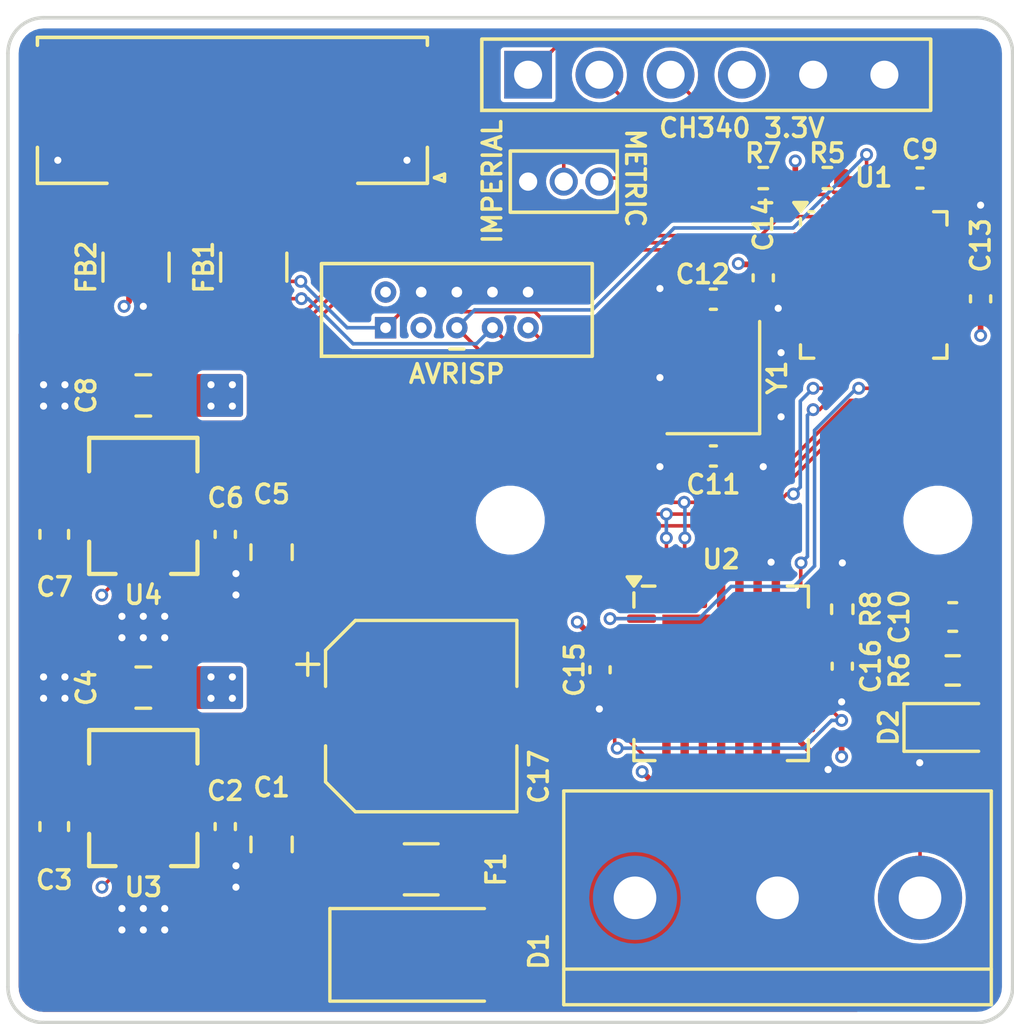
<source format=kicad_pcb>
(kicad_pcb (version 20240108) (generator "pcbnew") (generator_version "8.0")
  (layers (0 "F.Cu" signal) (1 "In1.Cu" signal) (2 "In2.Cu" signal) (31 "B.Cu" signal) (35 "F.Paste" user) (36 "B.SilkS" user "B.Silkscreen") (37 "F.SilkS" user "F.Silkscreen") (38 "B.Mask" user) (39 "F.Mask" user) (44 "Edge.Cuts" user))
  (net 0 "")
  (net 1 "GND")
  (net 2 "Net-(U3-V_{CC})")
  (net 4 "OSC-")
  (net 5 "+5V")
  (net 11 "Net-(U4-V_{CC})")
  (net 12 "+3.3V")
  (net 13 "Net-(C10-Pad1)")
  (net 16 "OSC+")
  (net 25 "R_{X}CAN")
  (net 26 "T_{X}CAN")
  (net 33 "Net-(D1-K)")
  (net 34 "+12V")
  (net 35 "CANH")
  (net 36 "RESET")
  (net 37 "/3F_3.3V")
  (net 38 "/3F_GND")
  (net 39 "/3F_CS_OLED")
  (net 41 "/3F_OLED_RST")
  (net 42 "RST_OLED")
  (net 44 "/3F_OLED_DC")
  (net 46 "/3F_SCK")
  (net 48 "/3F_MOSI")
  (net 49 "MOSI")
  (net 50 "MISO")
  (net 51 "SCK")
  (net 52 "FTDI_TX")
  (net 53 "FTDI_RX")
  (net 54 "SEL_UNIT")
  (net 55 "INT_CAN")
  (net 56 "CS_CAN")
  (net 57 "DC_OLED")
  (net 58 "CS_OLED")
  (net 59 "CLK")
  (net 60 "/CAN_CLK_PD")
  (net 61 "/SEL_METRIC")
  (net 62 "/FTDI_RESET")
  (net 64 "Net-(D1-A)")
  (footprint "MountingHole:MountingHole_2.2mm_M2_DIN965" (layer "F.Cu") (at 114.935 171.831)
    (property "Reference" "H1" (hide yes))
    (property "Value" "MountingHole_Pad")
  )
  (footprint "MountingHole:MountingHole_2.2mm_M2_DIN965" (layer "F.Cu") (at 99.695 171.831)
    (property "Reference" "H2" (hide yes))
    (property "Value" "MountingHole_Pad")
  )
  (footprint "Capacitor_SMD:C_0805_2012Metric" (layer "F.Cu") (at 91.186 183.388 -90)
    (property "Reference" "C1")
    (property "Value" "2.2µF")
  )
  (footprint "Fuse:Fuse_1206_3216Metric" (layer "F.Cu") (at 96.52 184.277)
    (property "Reference" "F1")
    (property "Value" "Polyfuse")
  )
  (footprint "Capacitor_SMD:C_0603_1608Metric" (layer "F.Cu") (at 83.439 182.753 90)
    (property "Reference" "C3")
    (property "Value" "1µF")
  )
  (footprint "Capacitor_SMD:C_0402_1005Metric" (layer "F.Cu") (at 102.893 177.165 -90)
    (property "Reference" "C15")
    (property "Value" "100nF")
  )
  (footprint "Capacitor_SMD:C_0402_1005Metric" (layer "F.Cu") (at 116.459 163.943 90)
    (property "Reference" "C13")
    (property "Value" "100nF")
  )
  (footprint "Capacitor_SMD:C_0603_1608Metric" (layer "F.Cu") (at 83.439 172.339 90)
    (property "Reference" "C7")
    (property "Value" "1µF")
  )
  (footprint "jsdev:fb_array_0805" (layer "F.Cu") (at 90.551 162.814 180)
    (property "Reference" "FB1")
    (property "Value" "FerriteBead_Small_Array")
  )
  (footprint "jsdev:QFN-28-1EP_6x6mm_P0.65mm_EP4.25x4.25mm_mod1" (layer "F.Cu") (at 107.211 177.292)
    (property "Reference" "U2")
    (property "Value" "MCP25625T-E/ML")
  )
  (footprint "Resistor_SMD:R_0402_1005Metric" (layer "F.Cu") (at 108.712 159.639 180)
    (property "Reference" "R7")
    (property "Value" "10K")
  )
  (footprint "Resistor_SMD:R_0603_1608Metric" (layer "F.Cu") (at 115.466 177.188)
    (property "Reference" "R6")
    (property "Value" "100R")
  )
  (footprint "Capacitor_SMD:C_0402_1005Metric" (layer "F.Cu") (at 89.535 182.753 -90)
    (property "Reference" "C2")
    (property "Value" "100nF")
  )
  (footprint "Capacitor_SMD:C_0402_1005Metric" (layer "F.Cu") (at 114.3 159.639)
    (property "Reference" "C9")
    (property "Value" "100nF")
  )
  (footprint "Capacitor_SMD:C_0402_1005Metric" (layer "F.Cu") (at 111.529 177.038 -90)
    (property "Reference" "C16")
    (property "Value" "100nF")
  )
  (footprint "Resistor_SMD:R_0402_1005Metric" (layer "F.Cu") (at 110.998 159.639)
    (property "Reference" "R5")
    (property "Value" "10K")
  )
  (footprint "Resistor_SMD:R_0402_1005Metric" (layer "F.Cu") (at 111.529 175.006 90)
    (property "Reference" "R8")
    (property "Value" "10K")
  )
  (footprint "Capacitor_SMD:CP_Elec_6.3x7.7" (layer "F.Cu") (at 96.52 178.816)
    (property "Reference" "C17")
    (property "Value" "C_Polarized")
  )
  (footprint "Capacitor_SMD:C_0805_2012Metric" (layer "F.Cu") (at 86.614 177.8 180)
    (property "Reference" "C4")
    (property "Value" "10µF")
  )
  (footprint "Capacitor_SMD:C_0402_1005Metric" (layer "F.Cu") (at 108.712 163.195 -90)
    (property "Reference" "C14")
    (property "Value" "100nF")
  )
  (footprint "jsdev:PinHeader_ISP10_POGO" (layer "F.Cu") (at 95.25 164.973 90)
    (property "Reference" "J1" (hide yes))
    (property "Value" "AVR-ISP-10")
  )
  (footprint "jsdev:TerminalBlock_3P" (layer "F.Cu") (at 104.14 185.293)
    (property "Reference" "J2" (hide yes))
    (property "Value" "Screw_Terminal_01x03")
  )
  (footprint "Capacitor_SMD:C_0805_2012Metric" (layer "F.Cu") (at 86.614 167.386 180)
    (property "Reference" "C8")
    (property "Value" "10µF")
  )
  (footprint "jsdev:QFN-FCMOD_TI_11B" (layer "F.Cu") (at 86.614 181.737 180)
    (property "Reference" "U3")
    (property "Value" "TPSM365R1FRDNR")
  )
  (footprint "Crystal:Crystal_SMD_3225-4Pin_3.2x2.5mm" (layer "F.Cu") (at 106.934 166.751 90)
    (property "Reference" "Y1")
    (property "Value" "16MHZ")
  )
  (footprint "Diode_SMD:D_SMA" (layer "F.Cu") (at 96.774 187.325)
    (property "Reference" "D1")
    (property "Value" "B140-E3")
  )
  (footprint "Capacitor_SMD:C_0402_1005Metric" (layer "F.Cu") (at 106.934 169.545 180)
    (property "Reference" "C11")
    (property "Value" "22pf")
  )
  (footprint "Capacitor_SMD:C_0603_1608Metric" (layer "F.Cu") (at 115.466 175.283 180)
    (property "Reference" "C10")
    (property "Value" "560pf")
  )
  (footprint "jsdev:PinSocket_1x06_P2.54mm_Vertical_Box" (layer "F.Cu") (at 100.33 155.956 90)
    (property "Reference" "J4" (hide yes))
    (property "Value" "Socket 1x6 0.1\"")
  )
  (footprint "jsdev:CON_532610771_MOD" (layer "F.Cu") (at 93.539 159.626 180)
    (property "Reference" "J3" (hide yes))
    (property "Value" "PicoBlade F 1x7" (hide yes))
  )
  (footprint "Capacitor_SMD:C_0402_1005Metric" (layer "F.Cu") (at 89.535 172.339 -90)
    (property "Reference" "C6")
    (property "Value" "100nF")
  )
  (footprint "jsdev:PinHeader_1x03_P1.27mm_Vertical_mod" (layer "F.Cu") (at 101.6 159.766 -90)
    (property "Reference" "J5" (hide yes))
    (property "Value" "JMP 1x3 0.05\"")
  )
  (footprint "jsdev:fb_array_0805" (layer "F.Cu") (at 86.35492 162.814 180)
    (property "Reference" "FB2")
    (property "Value" "FerriteBead_Small_Array")
  )
  (footprint "Package_DFN_QFN:QFN-32-1EP_5x5mm_P0.5mm_EP3.1x3.1mm" (layer "F.Cu") (at 112.649 163.449)
    (property "Reference" "U1")
    (property "Value" "ATmega328PB-M")
  )
  (footprint "Diode_SMD:D_SOD-323" (layer "F.Cu") (at 115.339 179.22)
    (property "Reference" "D2")
    (property "Value" "DESD1LIN2WSQ-7")
  )
  (footprint "jsdev:QFN-FCMOD_TI_11B" (layer "F.Cu") (at 86.614 171.323 180)
    (property "Reference" "U4")
    (property "Value" "TPSM365R15RDNR")
  )
  (footprint "Capacitor_SMD:C_0805_2012Metric" (layer "F.Cu") (at 91.186 172.974 -90)
    (property "Reference" "C5")
    (property "Value" "2.2µF")
  )
  (footprint "Capacitor_SMD:C_0402_1005Metric" (layer "F.Cu") (at 106.934 163.957)
    (property "Reference" "C12")
    (property "Value" "22pf")
  )
  (gr_arc (start 116.332 153.924) (mid 117.230026 154.295974) (end 117.602 155.194) (stroke (width 0.127)) (layer "Edge.Cuts"))
  (gr_arc (start 81.788 155.194) (mid 82.159974 154.295974) (end 83.058 153.924) (stroke (width 0.127)) (layer "Edge.Cuts"))
  (gr_line (start 83.058 153.924) (end 116.332 153.924) (stroke (width 0.127)) (layer "Edge.Cuts"))
  (gr_line (start 81.788 188.468) (end 81.788 155.194) (stroke (width 0.127)) (layer "Edge.Cuts"))
  (gr_line (start 116.332 189.738) (end 83.058 189.738) (stroke (width 0.127)) (layer "Edge.Cuts"))
  (gr_arc (start 117.602 188.468) (mid 117.230026 189.366026) (end 116.332 189.738) (stroke (width 0.127)) (layer "Edge.Cuts"))
  (gr_arc (start 83.058 189.738) (mid 82.159974 189.366026) (end 81.788 188.468) (stroke (width 0.127)) (layer "Edge.Cuts"))
  (gr_line (start 117.602 155.194) (end 117.602 188.468) (stroke (width 0.127)) (layer "Edge.Cuts"))
  (gr_text "METRIC" (at 103.759 159.639 -90) (layer "F.SilkS") (effects (font (size 0.6604 0.6604) (thickness 0.127)) (justify bottom)))
  (gr_text "CH340 3.3V" (at 107.95 158.242 0) (layer "F.SilkS") (effects (font (size 0.6604 0.6604) (thickness 0.127) (bold yes)) (justify bottom)))
  (gr_text "AVRISP" (at 97.79 167.005 0) (layer "F.SilkS") (effects (font (size 0.6604 0.6604) (thickness 0.127) (bold yes)) (justify bottom)))
  (gr_text "IMPERIAL" (at 99.441 159.766 90) (layer "F.SilkS") (effects (font (size 0.6604 0.6604) (thickness 0.127)) (justify bottom)))
  (segment (start 102.87 178.562) (end 102.87 177.668) (width 0.2032) (layer "F.Cu") (net 1))
  (segment (start 110.0485 179.242) (end 109.161 179.242) (width 0.2032) (layer "F.Cu") (net 1))
  (segment (start 115.9142 163.463) (end 116.459 163.463) (width 0.2032) (layer "F.Cu") (net 1))
  (segment (start 111.529 173.3574) (end 111.5314 173.355) (width 0.2032) (layer "F.Cu") (net 1))
  (segment (start 86.614 164.211) (end 86.60384 164.20084) (width 0.2032) (layer "F.Cu") (net 1))
  (segment (start 111.529 174.496) (end 111.529 173.3574) (width 0.2032) (layer "F.Cu") (net 1))
  (segment (start 110.0485 177.292) (end 107.211 177.292) (width 0.2032) (layer "F.Cu") (net 1))
  (segment (start 96.089 158.927) (end 96.012 159.004) (width 0.2032) (layer "F.Cu") (net 1))
  (segment (start 111.506 177.541) (end 111.529 177.518) (width 0.2032) (layer "F.Cu") (net 1))
  (segment (start 96.089 156.726001) (end 96.089 158.927) (width 0.2032) (layer "F.Cu") (net 1))
  (segment (start 114.0124 178.9434) (end 114.289 179.22) (width 0.2032) (layer "F.Cu") (net 1))
  (segment (start 109.161 173.4992) (end 109.161 174.4545) (width 0.2032) (layer "F.Cu") (net 1))
  (segment (start 83.489 158.927) (end 83.566 159.004) (width 0.2032) (layer "F.Cu") (net 1))
  (segment (start 107.861 180.1295) (end 107.861 177.942) (width 0.2032) (layer "F.Cu") (net 1))
  (segment (start 114.0124 175.9616) (end 114.0124 178.9434) (width 0.2032) (layer "F.Cu") (net 1))
  (segment (start 109.161 175.342) (end 107.211 177.292) (width 0.2032) (layer "F.Cu") (net 1))
  (segment (start 110.0485 179.242) (end 110.0485 179.7461) (width 0.2032) (layer "F.Cu") (net 1))
  (segment (start 115.0865 163.199) (end 115.6502 163.199) (width 0.2032) (layer "F.Cu") (net 1))
  (segment (start 102.87 177.668) (end 102.893 177.645) (width 0.2032) (layer "F.Cu") (net 1))
  (segment (start 109.161 179.242) (end 107.211 177.292) (width 0.2032) (layer "F.Cu") (net 1))
  (segment (start 115.0865 163.199) (end 112.899 163.199) (width 0.2032) (layer "F.Cu") (net 1))
  (segment (start 110.0485 177.292) (end 111.303 177.292) (width 0.2032) (layer "F.Cu") (net 1))
  (segment (start 107.861 177.942) (end 107.211 177.292) (width 0.2032) (layer "F.Cu") (net 1))
  (segment (start 109.161 174.4545) (end 109.161 175.342) (width 0.2032) (layer "F.Cu") (net 1))
  (segment (start 112.899 163.199) (end 112.649 163.449) (width 0.2032) (layer "F.Cu") (net 1))
  (segment (start 116.459 163.4236) (end 116.459 160.6042) (width 0.2032) (layer "F.Cu") (net 1))
  (segment (start 115.6502 163.199) (end 115.9142 163.463) (width 0.2032) (layer "F.Cu") (net 1))
  (segment (start 86.60384 164.20084) (end 86.60384 163.322) (width 0.2032) (layer "F.Cu") (net 1))
  (segment (start 108.9914 173.3296) (end 109.161 173.4992) (width 0.2032) (layer "F.Cu") (net 1))
  (segment (start 114.691 175.283) (end 114.0124 175.9616) (width 0.2032) (layer "F.Cu") (net 1))
  (segment (start 83.489 156.726001) (end 83.489 158.927) (width 0.2032) (layer "F.Cu") (net 1))
  (segment (start 116.459 163.463) (end 116.459 163.4236) (width 0.2032) (layer "F.Cu") (net 1))
  (segment (start 114.289 180.478) (end 114.289 179.22) (width 0.2032) (layer "F.Cu") (net 1))
  (segment (start 110.0485 179.7461) (end 111.0234 180.721) (width 0.2032) (layer "F.Cu") (net 1))
  (segment (start 111.506 178.308) (end 111.506 177.541) (width 0.2032) (layer "F.Cu") (net 1))
  (segment (start 111.303 177.292) (end 111.529 177.518) (width 0.2032) (layer "F.Cu") (net 1))
  (via (at 87.376 176.022) (size 0.4572) (drill 0.254) (layers "F.Cu" "B.Cu") (net 1))
  (via (at 83.058 177.419) (size 0.4572) (drill 0.254) (layers "F.Cu" "B.Cu") (net 1))
  (via (at 87.376 185.674) (size 0.4572) (drill 0.254) (layers "F.Cu" "B.Cu") (net 1))
  (via (at 83.82 167.767) (size 0.4572) (drill 0.254) (layers "F.Cu" "B.Cu") (net 1))
  (via (at 83.566 159.004) (size 0.4572) (drill 0.254) (layers "F.Cu" "B.Cu") (net 1))
  (via (at 109.347 168.148) (size 0.4572) (drill 0.254) (layers "F.Cu" "B.Cu") (net 1))
  (via (at 83.82 177.419) (size 0.4572) (drill 0.254) (layers "F.Cu" "B.Cu") (net 1))
  (via (at 116.459 160.6042) (size 0.4572) (drill 0.254) (layers "F.Cu" "B.Cu") (net 1))
  (via (at 111.5314 173.355) (size 0.4572) (drill 0.254) (layers "F.Cu" "B.Cu") (net 1))
  (via (at 86.614 185.674) (size 0.4572) (drill 0.254) (layers "F.Cu" "B.Cu") (net 1))
  (via (at 85.852 176.022) (size 0.4572) (drill 0.254) (layers "F.Cu" "B.Cu") (net 1))
  (via (at 105.029 163.576) (size 0.4572) (drill 0.254) (layers "F.Cu" "B.Cu") (net 1))
  (via (at 105.029 169.926) (size 0.4572) (drill 0.254) (layers "F.Cu" "B.Cu") (net 1))
  (via (at 89.916 173.736) (size 0.4572) (drill 0.254) (layers "F.Cu" "B.Cu") (net 1))
  (via (at 89.916 184.912) (size 0.4572) (drill 0.254) (layers "F.Cu" "B.Cu") (net 1))
  (via (at 109.2454 164.2799) (size 0.4572) (drill 0.254) (layers "F.Cu" "B.Cu") (net 1))
  (via (at 83.058 178.181) (size 0.4572) (drill 0.254) (layers "F.Cu" "B.Cu") (net 1))
  (via (at 109.347 165.862) (size 0.4572) (drill 0.254) (layers "F.Cu" "B.Cu") (net 1))
  (via (at 86.614 176.022) (size 0.4572) (drill 0.254) (layers "F.Cu" "B.Cu") (net 1))
  (via (at 105.029 166.751) (size 0.4572) (drill 0.254) (layers "F.Cu" "B.Cu") (net 1))
  (via (at 85.852 185.674) (size 0.4572) (drill 0.254) (layers "F.Cu" "B.Cu") (net 1))
  (via (at 96.012 159.004) (size 0.4572) (drill 0.254) (layers "F.Cu" "B.Cu") (net 1))
  (via (at 86.614 186.436) (size 0.4572) (drill 0.254) (layers "F.Cu" "B.Cu") (net 1))
  (via (at 108.712 169.926) (size 0.4572) (drill 0.254) (layers "F.Cu" "B.Cu") (net 1))
  (via (at 83.058 167.005) (size 0.4572) (drill 0.254) (layers "F.Cu" "B.Cu") (net 1))
  (via (at 83.82 167.005) (size 0.4572) (drill 0.254) (layers "F.Cu" "B.Cu") (net 1))
  (via (at 111.0234 180.721) (size 0.4572) (drill 0.254) (layers "F.Cu" "B.Cu") (net 1))
  (via (at 86.614 164.211) (size 0.4572) (drill 0.254) (layers "F.Cu" "B.Cu") (net 1))
  (via (at 86.614 175.26) (size 0.4572) (drill 0.254) (layers "F.Cu" "B.Cu") (net 1))
  (via (at 111.506 178.308) (size 0.4572) (drill 0.254) (layers "F.Cu" "B.Cu") (net 1))
  (via (at 87.376 186.436) (size 0.4572) (drill 0.254) (layers "F.Cu" "B.Cu") (net 1))
  (via (at 87.376 175.26) (size 0.4572) (drill 0.254) (layers "F.Cu" "B.Cu") (net 1))
  (via (at 85.852 175.26) (size 0.4572) (drill 0.254) (layers "F.Cu" "B.Cu") (net 1))
  (via (at 108.9914 173.3296) (size 0.4572) (drill 0.254) (layers "F.Cu" "B.Cu") (net 1))
  (via (at 83.058 167.767) (size 0.4572) (drill 0.254) (layers "F.Cu" "B.Cu") (net 1))
  (via (at 89.916 184.15) (size 0.4572) (drill 0.254) (layers "F.Cu" "B.Cu") (net 1))
  (via (at 102.87 178.562) (size 0.4572) (drill 0.254) (layers "F.Cu" "B.Cu") (net 1))
  (via (at 85.852 186.436) (size 0.4572) (drill 0.254) (layers "F.Cu" "B.Cu") (net 1))
  (via (at 83.82 178.181) (size 0.4572) (drill 0.254) (layers "F.Cu" "B.Cu") (net 1))
  (via (at 89.916 174.498) (size 0.4572) (drill 0.254) (layers "F.Cu" "B.Cu") (net 1))
  (via (at 114.289 180.478) (size 0.4572) (drill 0.254) (layers "F.Cu" "B.Cu") (net 1))
  (segment (start 85.204811 183.528) (end 85.314 183.637189) (width 0.127) (layer "F.Cu") (net 2))
  (segment (start 83.439 183.528) (end 85.204811 183.528) (width 0.127) (layer "F.Cu") (net 2))
  (segment (start 108.6866 167.7162) (end 108.6866 165.3286) (width 0.127) (layer "F.Cu") (net 4))
  (segment (start 107.784 167.851) (end 107.414 168.221) (width 0.127) (layer "F.Cu") (net 4))
  (segment (start 108.5518 167.851) (end 108.6866 167.7162) (width 0.127) (layer "F.Cu") (net 4))
  (segment (start 108.6866 165.3286) (end 108.8162 165.199) (width 0.127) (layer "F.Cu") (net 4))
  (segment (start 108.8162 165.199) (end 110.2115 165.199) (width 0.127) (layer "F.Cu") (net 4))
  (segment (start 107.784 167.851) (end 108.5518 167.851) (width 0.127) (layer "F.Cu") (net 4))
  (segment (start 107.414 168.221) (end 107.414 169.545) (width 0.127) (layer "F.Cu") (net 4))
  (segment (start 111.506 179.614979) (end 112.0676 179.053379) (width 0.2032) (layer "F.Cu") (net 5))
  (segment (start 86.113874 183.712) (end 86.113874 183.938926) (width 0.127) (layer "F.Cu") (net 5))
  (segment (start 112.0676 179.053379) (end 112.0676 177.0966) (width 0.2032) (layer "F.Cu") (net 5))
  (segment (start 110.0485 176.642) (end 111.445 176.642) (width 0.2032) (layer "F.Cu") (net 5))
  (segment (start 111.506 180.2638) (end 111.506 179.614979) (width 0.2032) (layer "F.Cu") (net 5))
  (segment (start 111.445 176.642) (end 111.529 176.558) (width 0.2032) (layer "F.Cu") (net 5))
  (segment (start 112.0676 177.0966) (end 111.529 176.558) (width 0.2032) (layer "F.Cu") (net 5))
  (segment (start 86.113874 183.938926) (end 85.1408 184.912) (width 0.127) (layer "F.Cu") (net 5))
  (via (at 85.1408 184.912) (size 0.4572) (drill 0.254) (layers "F.Cu" "B.Cu") (net 5))
  (via (at 89.027 178.181) (size 0.4572) (drill 0.254) (layers "F.Cu" "B.Cu") (net 5))
  (via (at 111.506 180.2638) (size 0.4572) (drill 0.254) (layers "F.Cu" "B.Cu") (net 5))
  (via (at 89.027 177.419) (size 0.4572) (drill 0.254) (layers "F.Cu" "B.Cu") (net 5))
  (via (at 89.789 177.419) (size 0.4572) (drill 0.254) (layers "F.Cu" "B.Cu") (net 5))
  (via (at 89.789 178.181) (size 0.4572) (drill 0.254) (layers "F.Cu" "B.Cu") (net 5))
  (segment (start 83.439 173.114) (end 85.204811 173.114) (width 0.127) (layer "F.Cu") (net 11))
  (segment (start 85.204811 173.114) (end 85.314 173.223189) (width 0.127) (layer "F.Cu") (net 11))
  (segment (start 115.866 163.999) (end 115.866 164.423) (width 0.2032) (layer "F.Cu") (net 12))
  (segment (start 106.728399 181.1246) (end 107.211 180.641999) (width 0.2032) (layer "F.Cu") (net 12))
  (segment (start 104.7214 181.1246) (end 106.728399 181.1246) (width 0.2032) (layer "F.Cu") (net 12))
  (segment (start 86.106 173.531126) (end 85.132926 174.5042) (width 0.127) (layer "F.Cu") (net 12))
  (segment (start 102.893 176.2736) (end 102.0826 175.4632) (width 0.2032) (layer "F.Cu") (net 12))
  (segment (start 109.196 163.199) (end 108.712 162.715) (width 0.2032) (layer "F.Cu") (net 12))
  (segment (start 86.106 164.0332) (end 86.106 163.322) (width 0.2032) (layer "F.Cu") (net 12))
  (segment (start 107.211 180.641999) (end 107.211 180.1295) (width 0.2032) (layer "F.Cu") (net 12))
  (segment (start 109.855 159.0294) (end 109.855 159.639) (width 0.2032) (layer "F.Cu") (net 12))
  (segment (start 102.893 176.685) (end 102.893 176.2736) (width 0.2032) (layer "F.Cu") (net 12))
  (segment (start 115.0865 164.699) (end 115.59 164.699) (width 0.2032) (layer "F.Cu") (net 12))
  (segment (start 104.394 180.7972) (end 104.7214 181.1246) (width 0.2032) (layer "F.Cu") (net 12))
  (segment (start 108.712 162.715) (end 107.851 162.715) (width 0.2032) (layer "F.Cu") (net 12))
  (segment (start 86.106 173.3042) (end 86.106 173.531126) (width 0.127) (layer "F.Cu") (net 12))
  (segment (start 85.9282 164.211) (end 86.106 164.0332) (width 0.2032) (layer "F.Cu") (net 12))
  (segment (start 115.0865 163.699) (end 115.566 163.699) (width 0.2032) (layer "F.Cu") (net 12))
  (segment (start 115.866 164.423) (end 116.459 164.423) (width 0.2032) (layer "F.Cu") (net 12))
  (segment (start 104.3735 176.642) (end 102.936 176.642) (width 0.2032) (layer "F.Cu") (net 12))
  (segment (start 107.851 162.715) (end 107.823 162.687) (width 0.2032) (layer "F.Cu") (net 12))
  (segment (start 102.936 176.642) (end 102.893 176.685) (width 0.2032) (layer "F.Cu") (net 12))
  (segment (start 115.566 163.699) (end 115.866 163.999) (width 0.2032) (layer "F.Cu") (net 12))
  (segment (start 109.222 159.639) (end 109.855 159.639) (width 0.2032) (layer "F.Cu") (net 12))
  (segment (start 110.2115 163.199) (end 109.196 163.199) (width 0.2032) (layer "F.Cu") (net 12))
  (segment (start 115.59 164.699) (end 115.866 164.423) (width 0.2032) (layer "F.Cu") (net 12))
  (segment (start 116.459 164.423) (end 116.459 165.2524) (width 0.2032) (layer "F.Cu") (net 12))
  (segment (start 109.855 159.639) (end 110.488 159.639) (width 0.2032) (layer "F.Cu") (net 12))
  (via (at 85.132926 174.5042) (size 0.4572) (drill 0.254) (layers "F.Cu" "B.Cu") (net 12))
  (via (at 89.789 167.767) (size 0.4572) (drill 0.254) (layers "F.Cu" "B.Cu") (net 12))
  (via (at 109.855 159.0294) (size 0.4572) (drill 0.254) (layers "F.Cu" "B.Cu") (net 12))
  (via (at 89.027 167.005) (size 0.4572) (drill 0.254) (layers "F.Cu" "B.Cu") (net 12))
  (via (at 116.459 165.2524) (size 0.4572) (drill 0.254) (layers "F.Cu" "B.Cu") (net 12))
  (via (at 85.9282 164.211) (size 0.4572) (drill 0.254) (layers "F.Cu" "B.Cu") (net 12))
  (via (at 107.823 162.687) (size 0.4572) (drill 0.254) (layers "F.Cu" "B.Cu") (net 12))
  (via (at 89.027 167.767) (size 0.4572) (drill 0.254) (layers "F.Cu" "B.Cu") (net 12))
  (via (at 89.789 167.005) (size 0.4572) (drill 0.254) (layers "F.Cu" "B.Cu") (net 12))
  (via (at 102.0826 175.4632) (size 0.4572) (drill 0.254) (layers "F.Cu" "B.Cu") (net 12))
  (via (at 104.394 180.7972) (size 0.4572) (drill 0.254) (layers "F.Cu" "B.Cu") (net 12))
  (segment (start 114.641 176.883) (end 116.241 175.283) (width 0.127) (layer "F.Cu") (net 13))
  (segment (start 114.641 177.188) (end 114.641 176.883) (width 0.127) (layer "F.Cu") (net 13))
  (segment (start 110.2115 164.699) (end 107.081 164.699) (width 0.127) (layer "F.Cu") (net 16))
  (segment (start 107.081 164.699) (end 106.934 164.846) (width 0.127) (layer "F.Cu") (net 16))
  (segment (start 106.934 164.846) (end 106.934 165.5318) (width 0.127) (layer "F.Cu") (net 16))
  (segment (start 106.934 165.5318) (end 106.8148 165.651) (width 0.127) (layer "F.Cu") (net 16))
  (segment (start 106.8148 165.651) (end 106.084 165.651) (width 0.127) (layer "F.Cu") (net 16))
  (segment (start 106.084 165.651) (end 106.454 165.281) (width 0.127) (layer "F.Cu") (net 16))
  (segment (start 106.454 165.281) (end 106.454 163.957) (width 0.127) (layer "F.Cu") (net 16))
  (segment (start 105.073948 180.8325) (end 106.098052 180.8325) (width 0.127) (layer "F.Cu") (net 25))
  (segment (start 103.6705 178.132501) (end 103.6705 179.429052) (width 0.127) (layer "F.Cu") (net 25))
  (segment (start 103.6705 179.429052) (end 105.073948 180.8325) (width 0.127) (layer "F.Cu") (net 25))
  (segment (start 106.561 180.369552) (end 106.561 180.1295) (width 0.127) (layer "F.Cu") (net 25))
  (segment (start 103.861001 177.942) (end 103.6705 178.132501) (width 0.127) (layer "F.Cu") (net 25))
  (segment (start 106.098052 180.8325) (end 106.561 180.369552) (width 0.127) (layer "F.Cu") (net 25))
  (segment (start 104.3735 177.942) (end 103.861001 177.942) (width 0.127) (layer "F.Cu") (net 25))
  (segment (start 103.861001 177.292) (end 103.4165 177.736501) (width 0.127) (layer "F.Cu") (net 26))
  (segment (start 103.4165 179.8705) (end 103.505 179.959) (width 0.127) (layer "F.Cu") (net 26))
  (segment (start 103.4165 177.736501) (end 103.4165 179.8705) (width 0.127) (layer "F.Cu") (net 26))
  (segment (start 111.506 178.9684) (end 111.1296 178.592) (width 0.127) (layer "F.Cu") (net 26))
  (segment (start 111.1296 178.592) (end 110.0485 178.592) (width 0.127) (layer "F.Cu") (net 26))
  (segment (start 104.3735 177.292) (end 103.861001 177.292) (width 0.127) (layer "F.Cu") (net 26))
  (via (at 111.506 178.9684) (size 0.4572) (drill 0.254) (layers "F.Cu" "B.Cu") (net 26))
  (via (at 103.505 179.959) (size 0.4572) (drill 0.254) (layers "F.Cu" "B.Cu") (net 26))
  (segment (start 111.1504 178.9684) (end 110.1598 179.959) (width 0.127) (layer "B.Cu") (net 26))
  (segment (start 111.506 178.9684) (end 111.1504 178.9684) (width 0.127) (layer "B.Cu") (net 26))
  (segment (start 110.1598 179.959) (end 103.505 179.959) (width 0.127) (layer "B.Cu") (net 26))
  (segment (start 95.12 184.277) (end 93.82 182.977) (width 0.2032) (layer "F.Cu") (net 34))
  (segment (start 93.7794 182.438) (end 93.82 182.3974) (width 0.2032) (layer "F.Cu") (net 34))
  (segment (start 93.82 173.7792) (end 92.0648 172.024) (width 0.2032) (layer "F.Cu") (net 34))
  (segment (start 88.6714 173.646889) (end 88.6714 172.0088) (width 0.2032) (layer "F.Cu") (net 34))
  (segment (start 88.8212 171.859) (end 89.535 171.859) (width 0.2032) (layer "F.Cu") (net 34))
  (segment (start 91.186 182.438) (end 93.7794 182.438) (width 0.2032) (layer "F.Cu") (net 34))
  (segment (start 93.82 178.816) (end 93.82 173.7792) (width 0.2032) (layer "F.Cu") (net 34))
  (segment (start 87.114126 173.553615) (end 87.2282 173.667689) (width 0.2032) (layer "F.Cu") (net 34))
  (segment (start 92.0648 172.024) (end 91.186 172.024) (width 0.2032) (layer "F.Cu") (net 34))
  (segment (start 88.6506 173.667689) (end 88.6714 173.646889) (width 0.2032) (layer "F.Cu") (net 34))
  (segment (start 87.2282 173.667689) (end 88.6506 173.667689) (width 0.2032) (layer "F.Cu") (net 34))
  (segment (start 93.82 182.977) (end 93.82 182.3974) (width 0.2032) (layer "F.Cu") (net 34))
  (segment (start 88.6714 172.0088) (end 88.8212 171.859) (width 0.2032) (layer "F.Cu") (net 34))
  (segment (start 93.82 182.3974) (end 93.82 178.816) (width 0.2032) (layer "F.Cu") (net 34))
  (segment (start 87.114126 173.298) (end 87.114126 173.553615) (width 0.2032) (layer "F.Cu") (net 34))
  (segment (start 116.1542 181.1528) (end 114.3 181.1528) (width 0.127) (layer "F.Cu") (net 35))
  (segment (start 108.7628 181.1528) (end 108.511 180.901) (width 0.127) (layer "F.Cu") (net 35))
  (segment (start 114.3 185.293) (end 114.3 181.1528) (width 0.127) (layer "F.Cu") (net 35))
  (segment (start 116.389 179.22) (end 116.389 180.918) (width 0.127) (layer "F.Cu") (net 35))
  (segment (start 116.389 177.286) (end 116.291 177.188) (width 0.127) (layer "F.Cu") (net 35))
  (segment (start 114.3 181.1528) (end 108.7628 181.1528) (width 0.127) (layer "F.Cu") (net 35))
  (segment (start 116.389 180.918) (end 116.1542 181.1528) (width 0.127) (layer "F.Cu") (net 35))
  (segment (start 116.389 179.22) (end 116.389 177.286) (width 0.127) (layer "F.Cu") (net 35))
  (segment (start 108.511 180.901) (end 108.511 180.1295) (width 0.127) (layer "F.Cu") (net 35))
  (segment (start 100.461997 165.798017) (end 98.615017 165.798017) (width 0.127) (layer "F.Cu") (net 36))
  (segment (start 104.3735 175.992) (end 103.251 175.992) (width 0.127) (layer "F.Cu") (net 36))
  (segment (start 102.7176 168.05362) (end 100.461997 165.798017) (width 0.127) (layer "F.Cu") (net 36))
  (segment (start 111.508 159.639) (end 112.395 159.639) (width 0.127) (layer "F.Cu") (net 36))
  (segment (start 112.395 159.639) (end 113.82 159.639) (width 0.127) (layer "F.Cu") (net 36))
  (segment (start 112.395 159.639) (end 112.395 158.8008) (width 0.127) (layer "F.Cu") (net 36))
  (segment (start 103.251 175.992) (end 102.7176 175.4586) (width 0.127) (layer "F.Cu") (net 36))
  (segment (start 102.7176 175.4586) (end 102.7176 168.05362) (width 0.127) (layer "F.Cu") (net 36))
  (segment (start 112.399 159.643) (end 112.395 159.639) (width 0.127) (layer "F.Cu") (net 36))
  (segment (start 112.399 161.0115) (end 112.399 159.643) (width 0.127) (layer "F.Cu") (net 36))
  (segment (start 98.615017 165.798017) (end 97.79 164.973) (width 0.127) (layer "F.Cu") (net 36))
  (via (at 112.395 158.8008) (size 0.4572) (drill 0.254) (layers "F.Cu" "B.Cu") (net 36))
  (segment (start 98.425 164.338) (end 97.79 164.973) (width 0.127) (layer "B.Cu") (net 36))
  (segment (start 102.616 164.338) (end 98.425 164.338) (width 0.127) (layer "B.Cu") (net 36))
  (segment (start 112.395 158.8008) (end 109.7788 161.417) (width 0.127) (layer "B.Cu") (net 36))
  (segment (start 109.7788 161.417) (end 105.537 161.417) (width 0.127) (layer "B.Cu") (net 36))
  (segment (start 105.537 161.417) (end 102.616 164.338) (width 0.127) (layer "B.Cu") (net 36))
  (segment (start 86.106 159.693) (end 86.039 159.626) (width 0.127) (layer "F.Cu") (net 37))
  (segment (start 86.106 162.306) (end 86.106 159.693) (width 0.127) (layer "F.Cu") (net 37))
  (segment (start 86.60384 161.40176) (end 87.289 160.7166) (width 0.127) (layer "F.Cu") (net 38))
  (segment (start 87.289 160.7166) (end 87.289 159.626) (width 0.127) (layer "F.Cu") (net 38))
  (segment (start 86.60384 162.306) (end 86.60384 161.40176) (width 0.127) (layer "F.Cu") (net 38))
  (segment (start 88.539 160.5588) (end 88.539 159.626) (width 0.127) (layer "F.Cu") (net 39))
  (segment (start 87.10422 162.306) (end 87.10422 161.99358) (width 0.127) (layer "F.Cu") (net 39))
  (segment (start 87.10422 161.99358) (end 88.539 160.5588) (width 0.127) (layer "F.Cu") (net 39))
  (segment (start 89.8017 162.306) (end 89.8017 159.6387) (width 0.127) (layer "F.Cu") (net 41))
  (segment (start 89.8017 159.6387) (end 89.789 159.626) (width 0.127) (layer "F.Cu") (net 41))
  (segment (start 89.8017 163.322) (end 89.8017 163.69919) (width 0.127) (layer "F.Cu") (net 42))
  (segment (start 95.20821 161.945) (end 108.72621 161.945) (width 0.127) (layer "F.Cu") (net 42))
  (segment (start 92.542045 164.611165) (end 95.20821 161.945) (width 0.127) (layer "F.Cu") (net 42))
  (segment (start 90.713675 164.611165) (end 92.542045 164.611165) (width 0.127) (layer "F.Cu") (net 42))
  (segment (start 89.8017 163.69919) (end 90.713675 164.611165) (width 0.127) (layer "F.Cu") (net 42))
  (segment (start 108.97221 161.699) (end 110.2115 161.699) (width 0.127) (layer "F.Cu") (net 42))
  (segment (start 108.72621 161.945) (end 108.97221 161.699) (width 0.127) (layer "F.Cu") (net 42))
  (segment (start 90.30208 161.46272) (end 91.039 160.7258) (width 0.127) (layer "F.Cu") (net 44))
  (segment (start 91.039 160.7258) (end 91.039 159.626) (width 0.127) (layer "F.Cu") (net 44))
  (segment (start 90.30208 162.306) (end 90.30208 161.46272) (width 0.127) (layer "F.Cu") (net 44))
  (segment (start 90.79992 161.51508) (end 92.289 160.026) (width 0.127) (layer "F.Cu") (net 46))
  (segment (start 90.79992 162.306) (end 90.79992 161.51508) (width 0.127) (layer "F.Cu") (net 46))
  (segment (start 92.289 160.026) (end 92.289 159.626) (width 0.127) (layer "F.Cu") (net 46))
  (segment (start 93.0148 161.417) (end 93.539 160.8928) (width 0.127) (layer "F.Cu") (net 48))
  (segment (start 91.3003 161.6075) (end 91.4908 161.417) (width 0.127) (layer "F.Cu") (net 48))
  (segment (start 91.3003 162.306) (end 91.3003 161.6075) (width 0.127) (layer "F.Cu") (net 48))
  (segment (start 93.539 160.8928) (end 93.539 159.626) (width 0.127) (layer "F.Cu") (net 48))
  (segment (start 91.4908 161.417) (end 93.0148 161.417) (width 0.127) (layer "F.Cu") (net 48))
  (segment (start 105.918 172.466) (end 105.911 172.473) (width 0.127) (layer "F.Cu") (net 49))
  (segment (start 112.800308 167.5638) (end 111.8108 167.5638) (width 0.127) (layer "F.Cu") (net 49))
  (segment (start 104.39761 171.196) (end 103.4796 170.27799) (width 0.127) (layer "F.Cu") (net 49))
  (segment (start 105.8926 171.196) (end 104.39761 171.196) (width 0.127) (layer "F.Cu") (net 49))
  (segment (start 111.8108 167.5638) (end 108.1786 171.196) (width 0.127) (layer "F.Cu") (net 49))
  (segment (start 100.566724 164.4015) (end 95.8215 164.4015) (width 0.127) (layer "F.Cu") (net 49))
  (segment (start 113.899 165.8865) (end 113.899 166.465108) (width 0.127) (layer "F.Cu") (net 49))
  (segment (start 103.4796 170.27799) (end 103.4796 167.73799) (width 0.127) (layer "F.Cu") (net 49))
  (segment (start 103.4796 167.73799) (end 100.9015 165.15989) (width 0.127) (layer "F.Cu") (net 49))
  (segment (start 100.9015 165.15989) (end 100.9015 164.736276) (width 0.127) (layer "F.Cu") (net 49))
  (segment (start 108.1786 171.196) (end 105.8926 171.196) (width 0.127) (layer "F.Cu") (net 49))
  (segment (start 92.2274 163.322) (end 91.3003 163.322) (width 0.127) (layer "F.Cu") (net 49))
  (segment (start 95.8215 164.4015) (end 95.25 164.973) (width 0.127) (layer "F.Cu") (net 49))
  (segment (start 105.911 172.473) (end 105.911 174.4545) (width 0.127) (layer "F.Cu") (net 49))
  (segment (start 100.9015 164.736276) (end 100.566724 164.4015) (width 0.127) (layer "F.Cu") (net 49))
  (segment (start 113.899 166.465108) (end 112.800308 167.5638) (width 0.127) (layer "F.Cu") (net 49))
  (via (at 92.2274 163.322) (size 0.4572) (drill 0.254) (layers "F.Cu" "B.Cu") (net 49))
  (via (at 105.918 172.466) (size 0.4572) (drill 0.254) (layers "F.Cu" "B.Cu") (net 49))
  (via (at 105.8926 171.196) (size 0.4572) (drill 0.254) (layers "F.Cu" "B.Cu") (net 49))
  (segment (start 92.2274 163.322) (end 93.8784 164.973) (width 0.127) (layer "B.Cu") (net 49))
  (segment (start 105.918 171.2214) (end 105.8926 171.196) (width 0.127) (layer "B.Cu") (net 49))
  (segment (start 93.8784 164.973) (end 95.25 164.973) (width 0.127) (layer "B.Cu") (net 49))
  (segment (start 105.918 172.466) (end 105.918 171.2214) (width 0.127) (layer "B.Cu") (net 49))
  (segment (start 105.2576 171.6151) (end 104.4575 171.6151) (width 0.127) (layer "F.Cu") (net 50))
  (segment (start 105.2576 172.466) (end 105.261 172.4694) (width 0.127) (layer "F.Cu") (net 50))
  (segment (start 107.074339 171.6151) (end 107.239439 171.45) (width 0.127) (layer "F.Cu") (net 50))
  (segment (start 107.239439 171.45) (end 108.28381 171.45) (width 0.127) (layer "F.Cu") (net 50))
  (segment (start 112.905518 167.8178) (end 114.399 166.324318) (width 0.127) (layer "F.Cu") (net 50))
  (segment (start 105.2576 171.6151) (end 107.074339 171.6151) (width 0.127) (layer "F.Cu") (net 50))
  (segment (start 111.91601 167.8178) (end 112.905518 167.8178) (width 0.127) (layer "F.Cu") (net 50))
  (segment (start 108.28381 171.45) (end 111.91601 167.8178) (width 0.127) (layer "F.Cu") (net 50))
  (segment (start 105.261 172.4694) (end 105.261 174.4545) (width 0.127) (layer "F.Cu") (net 50))
  (segment (start 103.2256 167.8432) (end 100.3554 164.973) (width 0.127) (layer "F.Cu") (net 50))
  (segment (start 104.4575 171.6151) (end 103.2256 170.3832) (width 0.127) (layer "F.Cu") (net 50))
  (segment (start 103.2256 170.3832) (end 103.2256 167.8432) (width 0.127) (layer "F.Cu") (net 50))
  (segment (start 100.3554 164.973) (end 100.33 164.973) (width 0.127) (layer "F.Cu") (net 50))
  (segment (start 114.399 166.324318) (end 114.399 165.8865) (width 0.127) (layer "F.Cu") (net 50))
  (via (at 105.2576 172.466) (size 0.4572) (drill 0.254) (layers "F.Cu" "B.Cu") (net 50))
  (via (at 105.2576 171.6151) (size 0.4572) (drill 0.254) (layers "F.Cu" "B.Cu") (net 50))
  (segment (start 105.2576 172.466) (end 105.2576 171.6151) (width 0.127) (layer "B.Cu") (net 50))
  (segment (start 107.344649 171.704) (end 107.014449 172.0342) (width 0.127) (layer "F.Cu") (net 51))
  (segment (start 106.561 174.4545) (end 106.561 172.0516) (width 0.127) (layer "F.Cu") (net 51))
  (segment (start 113.010728 168.0718) (end 115.0865 165.996028) (width 0.127) (layer "F.Cu") (net 51))
  (segment (start 100.567207 165.544017) (end 99.631017 165.544017) (width 0.127) (layer "F.Cu") (net 51))
  (segment (start 92.250768 163.938065) (end 91.160715 163.938065) (width 0.127) (layer "F.Cu") (net 51))
  (segment (start 106.5784 172.0342) (end 104.51739 172.0342) (width 0.127) (layer "F.Cu") (net 51))
  (segment (start 90.79992 163.57727) (end 90.79992 163.322) (width 0.127) (layer "F.Cu") (net 51))
  (segment (start 91.160715 163.938065) (end 90.79992 163.57727) (width 0.127) (layer "F.Cu") (net 51))
  (segment (start 102.9716 170.48841) (end 102.9716 167.94841) (width 0.127) (layer "F.Cu") (net 51))
  (segment (start 106.561 172.0516) (end 106.5784 172.0342) (width 0.127) (layer "F.Cu") (net 51))
  (segment (start 107.696 171.704) (end 107.344649 171.704) (width 0.127) (layer "F.Cu") (net 51))
  (segment (start 107.696 171.704) (end 108.38902 171.704) (width 0.127) (layer "F.Cu") (net 51))
  (segment (start 107.014449 172.0342) (end 106.5784 172.0342) (width 0.127) (layer "F.Cu") (net 51))
  (segment (start 112.02122 168.0718) (end 113.010728 168.0718) (width 0.127) (layer "F.Cu") (net 51))
  (segment (start 104.51739 172.0342) (end 102.9716 170.48841) (width 0.127) (layer "F.Cu") (net 51))
  (segment (start 99.631017 165.544017) (end 99.06 164.973) (width 0.127) (layer "F.Cu") (net 51))
  (segment (start 107.354903 171.704) (end 107.696 171.704) (width 0.127) (layer "F.Cu") (net 51))
  (segment (start 108.38902 171.704) (end 112.02122 168.0718) (width 0.127) (layer "F.Cu") (net 51))
  (segment (start 102.9716 167.94841) (end 100.567207 165.544017) (width 0.127) (layer "F.Cu") (net 51))
  (segment (start 115.0865 165.996028) (end 115.0865 165.199) (width 0.127) (layer "F.Cu") (net 51))
  (via (at 92.250768 163.938065) (size 0.4572) (drill 0.254) (layers "F.Cu" "B.Cu") (net 51))
  (segment (start 98.4885 165.5445) (end 99.06 164.973) (width 0.127) (layer "B.Cu") (net 51))
  (segment (start 92.484255 163.938065) (end 94.09069 165.5445) (width 0.127) (layer "B.Cu") (net 51))
  (segment (start 92.250768 163.938065) (end 92.484255 163.938065) (width 0.127) (layer "B.Cu") (net 51))
  (segment (start 94.09069 165.5445) (end 98.4885 165.5445) (width 0.127) (layer "B.Cu") (net 51))
  (segment (start 107.94639 158.8516) (end 106.14299 157.0482) (width 0.127) (layer "F.Cu") (net 52))
  (segment (start 108.198668 158.8516) (end 107.94639 158.8516) (width 0.127) (layer "F.Cu") (net 52))
  (segment (start 109.022132 160.2232) (end 108.6625 159.863568) (width 0.127) (layer "F.Cu") (net 52))
  (segment (start 111.399 161.0115) (end 111.399 160.714472) (width 0.127) (layer "F.Cu") (net 52))
  (segment (start 110.907728 160.2232) (end 109.022132 160.2232) (width 0.127) (layer "F.Cu") (net 52))
  (segment (start 108.6625 159.863568) (end 108.6625 159.315432) (width 0.127) (layer "F.Cu") (net 52))
  (segment (start 108.6625 159.315432) (end 108.198668 158.8516) (width 0.127) (layer "F.Cu") (net 52))
  (segment (start 103.9622 157.0482) (end 102.87 155.956) (width 0.127) (layer "F.Cu") (net 52))
  (segment (start 106.14299 157.0482) (end 103.9622 157.0482) (width 0.127) (layer "F.Cu") (net 52))
  (segment (start 111.399 160.714472) (end 110.907728 160.2232) (width 0.127) (layer "F.Cu") (net 52))
  (segment (start 111.899 161.0115) (end 111.899 160.574001) (width 0.127) (layer "F.Cu") (net 53))
  (segment (start 111.0234 159.9438) (end 111.0234 158.944703) (width 0.127) (layer "F.Cu") (net 53))
  (segment (start 111.474499 160.1495) (end 111.2291 160.1495) (width 0.127) (layer "F.Cu") (net 53))
  (segment (start 111.0234 158.944703) (end 110.676297 158.5976) (width 0.127) (layer "F.Cu") (net 53))
  (segment (start 108.0516 158.5976) (end 105.41 155.956) (width 0.127) (layer "F.Cu") (net 53))
  (segment (start 110.676297 158.5976) (end 108.0516 158.5976) (width 0.127) (layer "F.Cu") (net 53))
  (segment (start 111.2291 160.1495) (end 111.0234 159.9438) (width 0.127) (layer "F.Cu") (net 53))
  (segment (start 111.899 160.574001) (end 111.474499 160.1495) (width 0.127) (layer "F.Cu") (net 53))
  (segment (start 101.6 155.145) (end 101.6 159.766) (width 0.127) (layer "F.Cu") (net 54))
  (segment (start 101.8295 154.9155) (end 101.6 155.145) (width 0.127) (layer "F.Cu") (net 54))
  (segment (start 106.4505 156.63729) (end 106.4505 155.5242) (width 0.127) (layer "F.Cu") (net 54))
  (segment (start 113.3094 158.3436) (end 108.15681 158.3436) (width 0.127) (layer "F.Cu") (net 54))
  (segment (start 114.399 161.0115) (end 114.399 160.214472) (width 0.127) (layer "F.Cu") (net 54))
  (segment (start 105.8418 154.9155) (end 101.8295 154.9155) (width 0.127) (layer "F.Cu") (net 54))
  (segment (start 108.15681 158.3436) (end 106.4505 156.63729) (width 0.127) (layer "F.Cu") (net 54))
  (segment (start 114.2905 160.105972) (end 114.2905 159.3247) (width 0.127) (layer "F.Cu") (net 54))
  (segment (start 114.399 160.214472) (end 114.2905 160.105972) (width 0.127) (layer "F.Cu") (net 54))
  (segment (start 114.2905 159.3247) (end 113.3094 158.3436) (width 0.127) (layer "F.Cu") (net 54))
  (segment (start 106.4505 155.5242) (end 105.8418 154.9155) (width 0.127) (layer "F.Cu") (net 54))
  (segment (start 107.211 174.4545) (end 107.211 172.196859) (width 0.127) (layer "F.Cu") (net 55))
  (segment (start 107.449859 171.958) (end 108.49423 171.958) (width 0.127) (layer "F.Cu") (net 55))
  (segment (start 110.49 167.132) (end 111.119054 167.132) (width 0.127) (layer "F.Cu") (net 55))
  (segment (start 107.211 172.196859) (end 107.449859 171.958) (width 0.127) (layer "F.Cu") (net 55))
  (segment (start 108.49423 171.958) (end 109.553171 170.899059) (width 0.127) (layer "F.Cu") (net 55))
  (segment (start 111.119054 167.132) (end 111.899 166.352054) (width 0.127) (layer "F.Cu") (net 55))
  (segment (start 109.553171 170.899059) (end 109.786659 170.899059) (width 0.127) (layer "F.Cu") (net 55))
  (segment (start 111.899 166.352054) (end 111.899 165.8865) (width 0.127) (layer "F.Cu") (net 55))
  (via (at 109.786659 170.899059) (size 0.4572) (drill 0.254) (layers "F.Cu" "B.Cu") (net 55))
  (via (at 110.49 167.132) (size 0.4572) (drill 0.254) (layers "F.Cu" "B.Cu") (net 55))
  (segment (start 110.0328 170.652918) (end 110.0328 167.5892) (width 0.127) (layer "B.Cu") (net 55))
  (segment (start 110.0328 167.5892) (end 110.49 167.132) (width 0.127) (layer "B.Cu") (net 55))
  (segment (start 109.786659 170.899059) (end 110.0328 170.652918) (width 0.127) (layer "B.Cu") (net 55))
  (segment (start 112.1156 167.132) (end 112.872898 167.132) (width 0.127) (layer "F.Cu") (net 56))
  (segment (start 103.251 175.342) (end 104.3735 175.342) (width 0.127) (layer "F.Cu") (net 56))
  (segment (start 112.872898 167.132) (end 113.399 166.605898) (width 0.127) (layer "F.Cu") (net 56))
  (segment (start 113.399 166.605898) (end 113.399 165.8865) (width 0.127) (layer "F.Cu") (net 56))
  (via (at 112.1156 167.132) (size 0.4572) (drill 0.254) (layers "F.Cu" "B.Cu") (net 56))
  (via (at 103.251 175.342) (size 0.4572) (drill 0.254) (layers "F.Cu" "B.Cu") (net 56))
  (segment (start 103.251 175.342) (end 106.42381 175.342) (width 0.127) (layer "B.Cu") (net 56))
  (segment (start 110.5408 168.6306) (end 112.0394 167.132) (width 0.127) (layer "B.Cu") (net 56))
  (segment (start 107.570805 174.195005) (end 109.810892 174.195005) (width 0.127) (layer "B.Cu") (net 56))
  (segment (start 112.0394 167.132) (end 112.1156 167.132) (width 0.127) (layer "B.Cu") (net 56))
  (segment (start 110.5408 173.465097) (end 110.5408 168.6306) (width 0.127) (layer "B.Cu") (net 56))
  (segment (start 106.42381 175.342) (end 107.570805 174.195005) (width 0.127) (layer "B.Cu") (net 56))
  (segment (start 109.810892 174.195005) (end 110.5408 173.465097) (width 0.127) (layer "B.Cu") (net 56))
  (segment (start 92.436835 164.357165) (end 95.103 161.691) (width 0.127) (layer "F.Cu") (net 57))
  (segment (start 95.103 161.691) (end 108.621 161.691) (width 0.127) (layer "F.Cu") (net 57))
  (segment (start 109.3005 161.0115) (end 110.899 161.0115) (width 0.127) (layer "F.Cu") (net 57))
  (segment (start 90.960055 164.357165) (end 92.436835 164.357165) (width 0.127) (layer "F.Cu") (net 57))
  (segment (start 90.30208 163.322) (end 90.30208 163.69919) (width 0.127) (layer "F.Cu") (net 57))
  (segment (start 108.621 161.691) (end 109.3005 161.0115) (width 0.127) (layer "F.Cu") (net 57))
  (segment (start 90.30208 163.69919) (end 90.960055 164.357165) (width 0.127) (layer "F.Cu") (net 57))
  (segment (start 90.608465 164.865165) (end 92.647255 164.865165) (width 0.127) (layer "F.Cu") (net 58))
  (segment (start 89.0653 163.322) (end 90.608465 164.865165) (width 0.127) (layer "F.Cu") (net 58))
  (segment (start 92.647255 164.865165) (end 95.31342 162.199) (width 0.127) (layer "F.Cu") (net 58))
  (segment (start 95.31342 162.199) (end 110.2115 162.199) (width 0.127) (layer "F.Cu") (net 58))
  (segment (start 87.10422 163.322) (end 89.0653 163.322) (width 0.127) (layer "F.Cu") (net 58))
  (segment (start 110.49 167.894) (end 110.716264 167.894) (width 0.127) (layer "F.Cu") (net 59))
  (segment (start 110.0582 173.355) (end 110.0485 173.3647) (width 0.127) (layer "F.Cu") (net 59))
  (segment (start 110.716264 167.894) (end 112.399 166.211264) (width 0.127) (layer "F.Cu") (net 59))
  (segment (start 110.0485 173.3647) (end 110.0485 175.342) (width 0.127) (layer "F.Cu") (net 59))
  (segment (start 112.399 166.211264) (end 112.399 165.8865) (width 0.127) (layer "F.Cu") (net 59))
  (via (at 110.0582 173.355) (size 0.4572) (drill 0.254) (layers "F.Cu" "B.Cu") (net 59))
  (via (at 110.49 167.894) (size 0.4572) (drill 0.254) (layers "F.Cu" "B.Cu") (net 59))
  (segment (start 110.2868 173.1264) (end 110.0582 173.355) (width 0.127) (layer "B.Cu") (net 59))
  (segment (start 110.49 167.894) (end 110.2868 168.0972) (width 0.127) (layer "B.Cu") (net 59))
  (segment (start 110.2868 168.0972) (end 110.2868 173.1264) (width 0.127) (layer "B.Cu") (net 59))
  (segment (start 110.0485 175.992) (end 111.053 175.992) (width 0.127) (layer "F.Cu") (net 60))
  (segment (start 111.053 175.992) (end 111.529 175.516) (width 0.127) (layer "F.Cu") (net 60))
  (segment (start 102.997 159.639) (end 102.87 159.766) (width 0.127) (layer "F.Cu") (net 61))
  (segment (start 108.202 159.639) (end 102.997 159.639) (width 0.127) (layer "F.Cu") (net 61))
  (segment (start 113.41461 158.0896) (end 108.26202 158.0896) (width 0.127) (layer "F.Cu") (net 62))
  (segment (start 108.26202 158.0896) (end 106.7045 156.53208) (width 0.127) (layer "F.Cu") (net 62))
  (segment (start 114.78 159.639) (end 114.78 159.45499) (width 0.127) (layer "F.Cu") (net 62))
  (segment (start 101.6245 154.6615) (end 100.33 155.956) (width 0.127) (layer "F.Cu") (net 62))
  (segment (start 106.7045 156.53208) (end 106.7045 155.41899) (width 0.127) (layer "F.Cu") (net 62))
  (segment (start 106.7045 155.41899) (end 105.94701 154.6615) (width 0.127) (layer "F.Cu") (net 62))
  (segment (start 105.94701 154.6615) (end 101.6245 154.6615) (width 0.127) (layer "F.Cu") (net 62))
  (segment (start 114.78 159.45499) (end 113.41461 158.0896) (width 0.127) (layer "F.Cu") (net 62))
  (zone (net 5) (net_name "+5V") (layer "F.Cu") (priority 4) (connect_pads yes (clearance 0.127)) (min_thickness 0.2032) (fill yes (thermal_gap 0) (thermal_bridge_width 0.2032))
    (polygon (pts (xy 90.17 178.562) (xy 88.138 178.562) (xy 88.138 179.578) (xy 88.519 179.578) (xy 88.519 181.737) (xy 86.995 181.737) (xy 86.995 177.038) (xy 88.138 177.038) (xy 90.17 177.038)))
  )
  (zone (net 1) (net_name "GND") (layer "F.Cu") (priority 1) (connect_pads yes (clearance 0.127)) (min_thickness 0.2032) (fill yes (thermal_gap 0) (thermal_bridge_width 0.2032))
    (polygon (pts (xy 104.648 170.307) (xy 109.728 170.307) (xy 109.728 163.957) (xy 111.379 163.957) (xy 111.379 163.449) (xy 109.22 163.449) (xy 109.22 163.195) (xy 104.648 163.195)))
  )
  (zone (net 64) (net_name "Net-(D1-A)") (layer "F.Cu") (priority 7) (connect_pads yes (clearance 0.127)) (min_thickness 0.2032) (fill yes (thermal_gap 0) (thermal_bridge_width 0.2032))
    (polygon (pts (xy 97.409 186.309) (xy 100.711 186.309) (xy 103.378 183.642) (xy 105.791 183.642) (xy 105.791 188.341) (xy 97.409 188.341) (xy 97.409 186.944)))
  )
  (zone (net 34) (net_name "+12V") (layer "F.Cu") (priority 3) (connect_pads yes (clearance 0.127)) (min_thickness 0.2032) (fill yes (thermal_gap 0) (thermal_bridge_width 0.2032))
    (polygon (pts (xy 91.0336 182.6006) (xy 91.0336 181.9402) (xy 87.376 181.9402) (xy 87.376 182.6006)))
  )
  (zone (net 12) (net_name "+3.3V") (layer "F.Cu") (priority 4) (connect_pads yes (clearance 0.127)) (min_thickness 0.2032) (fill yes (thermal_gap 0) (thermal_bridge_width 0.2032))
    (polygon (pts (xy 90.17 168.148) (xy 88.138 168.148) (xy 88.138 169.164) (xy 88.519 169.164) (xy 88.519 171.323) (xy 86.995 171.323) (xy 86.995 166.624) (xy 88.138 166.624) (xy 90.17 166.624)))
  )
  (zone (net 34) (net_name "+12V") (layer "F.Cu") (priority 3) (connect_pads yes (clearance 0.127)) (min_thickness 0.2032) (fill yes (thermal_gap 0) (thermal_bridge_width 0.2032))
    (polygon (pts (xy 91.0336 172.1866) (xy 91.0336 171.5262) (xy 87.376 171.5262) (xy 87.376 172.1866)))
  )
  (zone (net 33) (net_name "Net-(D1-K)") (layer "F.Cu") (priority 6) (connect_pads yes (clearance 0.127)) (min_thickness 0.2032) (fill yes (thermal_gap 0) (thermal_bridge_width 0.2032))
    (polygon (pts (xy 93.345 188.341) (xy 97.409 188.341) (xy 97.409 186.309) (xy 98.679 186.309) (xy 98.679 183.261) (xy 97.155 183.261) (xy 97.155 185.293) (xy 96.139 186.309) (xy 93.345 186.309)))
  )
  (zone (net 1) (net_name "GND") (layer "F.Cu") (priority 2) (connect_pads yes (clearance 0.127)) (min_thickness 0.2032) (fill yes (thermal_gap 0) (thermal_bridge_width 0.2032))
    (polygon (pts (xy 81.788 189.738) (xy 112.141 189.738) (xy 112.141 181.483) (xy 101.219 181.483) (xy 101.219 177.419) (xy 92.71 168.91) (xy 92.71 165.1) (xy 81.788 165.1)))
  )
  (zone (net 1) (net_name "GND") (layers "In1.Cu" "B.Cu") (connect_pads yes (clearance 0.127)) (min_thickness 0.2032) (fill yes (thermal_gap 0) (thermal_bridge_width 0.2032))
    (polygon (pts (xy 117.602 153.924) (xy 117.602 189.738) (xy 81.788 189.738) (xy 81.788 153.924)))
  )
  (zone (net 12) (net_name "+3.3V") (layer "B.Cu") (priority 5) (connect_pads yes (clearance 0.127)) (min_thickness 0.2032) (fill yes (thermal_gap 0) (thermal_bridge_width 0.2032))
    (polygon (pts (xy 90.17 168.148) (xy 90.17 166.624) (xy 88.646 166.624) (xy 88.646 168.148)))
  )
  (zone (net 5) (net_name "+5V") (layer "B.Cu") (priority 5) (connect_pads yes (clearance 0.127)) (min_thickness 0.2032) (fill yes (thermal_gap 0) (thermal_bridge_width 0.2032))
    (polygon (pts (xy 90.17 178.562) (xy 90.17 177.038) (xy 88.646 177.038) (xy 88.646 178.562)))
  )
)
</source>
